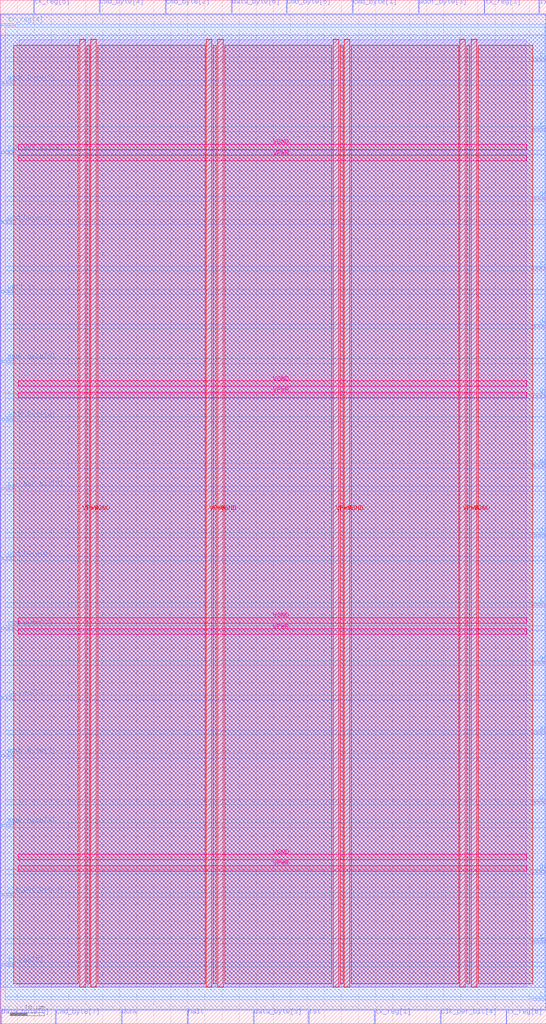
<source format=lef>
VERSION 5.7 ;
  NOWIREEXTENSIONATPIN ON ;
  DIVIDERCHAR "/" ;
  BUSBITCHARS "[]" ;
MACRO simproc_system
  CLASS BLOCK ;
  FOREIGN simproc_system ;
  ORIGIN 0.000 0.000 ;
  SIZE 160.000 BY 300.000 ;
  PIN VGND
    DIRECTION INOUT ;
    USE GROUND ;
    PORT
      LAYER met4 ;
        RECT 26.590 10.640 28.190 288.560 ;
    END
    PORT
      LAYER met4 ;
        RECT 63.730 10.640 65.330 288.560 ;
    END
    PORT
      LAYER met4 ;
        RECT 100.870 10.640 102.470 288.560 ;
    END
    PORT
      LAYER met4 ;
        RECT 138.010 10.640 139.610 288.560 ;
    END
    PORT
      LAYER met5 ;
        RECT 5.280 48.060 154.340 49.660 ;
    END
    PORT
      LAYER met5 ;
        RECT 5.280 117.420 154.340 119.020 ;
    END
    PORT
      LAYER met5 ;
        RECT 5.280 186.780 154.340 188.380 ;
    END
    PORT
      LAYER met5 ;
        RECT 5.280 256.140 154.340 257.740 ;
    END
  END VGND
  PIN VPWR
    DIRECTION INOUT ;
    USE POWER ;
    PORT
      LAYER met4 ;
        RECT 23.290 10.640 24.890 288.560 ;
    END
    PORT
      LAYER met4 ;
        RECT 60.430 10.640 62.030 288.560 ;
    END
    PORT
      LAYER met4 ;
        RECT 97.570 10.640 99.170 288.560 ;
    END
    PORT
      LAYER met4 ;
        RECT 134.710 10.640 136.310 288.560 ;
    END
    PORT
      LAYER met5 ;
        RECT 5.280 44.760 154.340 46.360 ;
    END
    PORT
      LAYER met5 ;
        RECT 5.280 114.120 154.340 115.720 ;
    END
    PORT
      LAYER met5 ;
        RECT 5.280 183.480 154.340 185.080 ;
    END
    PORT
      LAYER met5 ;
        RECT 5.280 252.840 154.340 254.440 ;
    END
  END VPWR
  PIN addr_byte[0]
    DIRECTION OUTPUT TRISTATE ;
    USE SIGNAL ;
    ANTENNADIFFAREA 0.795200 ;
    PORT
      LAYER met3 ;
        RECT 0.000 193.840 4.000 194.440 ;
    END
  END addr_byte[0]
  PIN addr_byte[1]
    DIRECTION OUTPUT TRISTATE ;
    USE SIGNAL ;
    ANTENNADIFFAREA 0.795200 ;
    PORT
      LAYER met3 ;
        RECT 156.000 85.040 160.000 85.640 ;
    END
  END addr_byte[1]
  PIN addr_byte[2]
    DIRECTION OUTPUT TRISTATE ;
    USE SIGNAL ;
    ANTENNADIFFAREA 0.795200 ;
    PORT
      LAYER met3 ;
        RECT 0.000 176.840 4.000 177.440 ;
    END
  END addr_byte[2]
  PIN addr_byte[3]
    DIRECTION OUTPUT TRISTATE ;
    USE SIGNAL ;
    ANTENNADIFFAREA 0.795200 ;
    PORT
      LAYER met2 ;
        RECT 122.450 296.000 122.730 300.000 ;
    END
  END addr_byte[3]
  PIN addr_byte[4]
    DIRECTION OUTPUT TRISTATE ;
    USE SIGNAL ;
    ANTENNADIFFAREA 0.795200 ;
    PORT
      LAYER met3 ;
        RECT 0.000 57.840 4.000 58.440 ;
    END
  END addr_byte[4]
  PIN addr_byte[5]
    DIRECTION OUTPUT TRISTATE ;
    USE SIGNAL ;
    ANTENNADIFFAREA 0.795200 ;
    PORT
      LAYER met3 ;
        RECT 0.000 275.440 4.000 276.040 ;
    END
  END addr_byte[5]
  PIN addr_byte[6]
    DIRECTION OUTPUT TRISTATE ;
    USE SIGNAL ;
    ANTENNADIFFAREA 0.795200 ;
    PORT
      LAYER met3 ;
        RECT 156.000 105.440 160.000 106.040 ;
    END
  END addr_byte[6]
  PIN addr_byte[7]
    DIRECTION OUTPUT TRISTATE ;
    USE SIGNAL ;
    ANTENNADIFFAREA 0.795200 ;
    PORT
      LAYER met3 ;
        RECT 0.000 78.240 4.000 78.840 ;
    END
  END addr_byte[7]
  PIN clk
    DIRECTION INPUT ;
    USE SIGNAL ;
    ANTENNAGATEAREA 0.852000 ;
    PORT
      LAYER met3 ;
        RECT 156.000 122.440 160.000 123.040 ;
    END
  END clk
  PIN clk_per_bit[0]
    DIRECTION INPUT ;
    USE SIGNAL ;
    ANTENNAGATEAREA 0.213000 ;
    PORT
      LAYER met3 ;
        RECT 0.000 255.040 4.000 255.640 ;
    END
  END clk_per_bit[0]
  PIN clk_per_bit[1]
    DIRECTION INPUT ;
    USE SIGNAL ;
    ANTENNAGATEAREA 0.213000 ;
    PORT
      LAYER met3 ;
        RECT 156.000 64.640 160.000 65.240 ;
    END
  END clk_per_bit[1]
  PIN clk_per_bit[2]
    DIRECTION INPUT ;
    USE SIGNAL ;
    ANTENNAGATEAREA 0.196500 ;
    PORT
      LAYER met3 ;
        RECT 0.000 37.440 4.000 38.040 ;
    END
  END clk_per_bit[2]
  PIN clk_per_bit[3]
    DIRECTION INPUT ;
    USE SIGNAL ;
    ANTENNAGATEAREA 0.213000 ;
    PORT
      LAYER met3 ;
        RECT 156.000 221.040 160.000 221.640 ;
    END
  END clk_per_bit[3]
  PIN clk_per_bit[4]
    DIRECTION INPUT ;
    USE SIGNAL ;
    ANTENNAGATEAREA 0.213000 ;
    PORT
      LAYER met2 ;
        RECT 128.890 0.000 129.170 4.000 ;
    END
  END clk_per_bit[4]
  PIN clk_per_bit[5]
    DIRECTION INPUT ;
    USE SIGNAL ;
    ANTENNAGATEAREA 0.196500 ;
    PORT
      LAYER met3 ;
        RECT 156.000 6.840 160.000 7.440 ;
    END
  END clk_per_bit[5]
  PIN clk_per_bit[6]
    DIRECTION INPUT ;
    USE SIGNAL ;
    ANTENNAGATEAREA 0.213000 ;
    PORT
      LAYER met3 ;
        RECT 156.000 261.840 160.000 262.440 ;
    END
  END clk_per_bit[6]
  PIN clk_per_bit[7]
    DIRECTION INPUT ;
    USE SIGNAL ;
    ANTENNAGATEAREA 0.213000 ;
    PORT
      LAYER met3 ;
        RECT 156.000 23.840 160.000 24.440 ;
    END
  END clk_per_bit[7]
  PIN clk_per_bit[8]
    DIRECTION INPUT ;
    USE SIGNAL ;
    ANTENNAGATEAREA 0.213000 ;
    PORT
      LAYER met3 ;
        RECT 156.000 282.240 160.000 282.840 ;
    END
  END clk_per_bit[8]
  PIN clk_per_bit[9]
    DIRECTION INPUT ;
    USE SIGNAL ;
    ANTENNAGATEAREA 0.213000 ;
    PORT
      LAYER met3 ;
        RECT 0.000 156.440 4.000 157.040 ;
    END
  END clk_per_bit[9]
  PIN cmd_byte[0]
    DIRECTION OUTPUT TRISTATE ;
    USE SIGNAL ;
    ANTENNADIFFAREA 0.795200 ;
    PORT
      LAYER met3 ;
        RECT 0.000 234.640 4.000 235.240 ;
    END
  END cmd_byte[0]
  PIN cmd_byte[1]
    DIRECTION OUTPUT TRISTATE ;
    USE SIGNAL ;
    ANTENNADIFFAREA 0.795200 ;
    PORT
      LAYER met2 ;
        RECT 103.130 296.000 103.410 300.000 ;
    END
  END cmd_byte[1]
  PIN cmd_byte[2]
    DIRECTION OUTPUT TRISTATE ;
    USE SIGNAL ;
    ANTENNADIFFAREA 0.795200 ;
    PORT
      LAYER met2 ;
        RECT 48.390 296.000 48.670 300.000 ;
    END
  END cmd_byte[2]
  PIN cmd_byte[3]
    DIRECTION OUTPUT TRISTATE ;
    USE SIGNAL ;
    ANTENNADIFFAREA 0.795200 ;
    PORT
      LAYER met3 ;
        RECT 0.000 115.640 4.000 116.240 ;
    END
  END cmd_byte[3]
  PIN cmd_byte[4]
    DIRECTION OUTPUT TRISTATE ;
    USE SIGNAL ;
    ANTENNADIFFAREA 0.795200 ;
    PORT
      LAYER met2 ;
        RECT 29.070 296.000 29.350 300.000 ;
    END
  END cmd_byte[4]
  PIN cmd_byte[5]
    DIRECTION OUTPUT TRISTATE ;
    USE SIGNAL ;
    ANTENNADIFFAREA 0.795200 ;
    PORT
      LAYER met2 ;
        RECT 83.810 296.000 84.090 300.000 ;
    END
  END cmd_byte[5]
  PIN cmd_byte[6]
    DIRECTION OUTPUT TRISTATE ;
    USE SIGNAL ;
    ANTENNADIFFAREA 0.795200 ;
    PORT
      LAYER met3 ;
        RECT 0.000 136.040 4.000 136.640 ;
    END
  END cmd_byte[6]
  PIN cmd_byte[7]
    DIRECTION OUTPUT TRISTATE ;
    USE SIGNAL ;
    ANTENNADIFFAREA 0.795200 ;
    PORT
      LAYER met2 ;
        RECT 16.190 0.000 16.470 4.000 ;
    END
  END cmd_byte[7]
  PIN data_byte[0]
    DIRECTION OUTPUT TRISTATE ;
    USE SIGNAL ;
    ANTENNADIFFAREA 0.795200 ;
    PORT
      LAYER met2 ;
        RECT 0.090 0.000 0.370 4.000 ;
    END
  END data_byte[0]
  PIN data_byte[1]
    DIRECTION OUTPUT TRISTATE ;
    USE SIGNAL ;
    ANTENNADIFFAREA 0.445500 ;
    PORT
      LAYER met3 ;
        RECT 156.000 183.640 160.000 184.240 ;
    END
  END data_byte[1]
  PIN data_byte[2]
    DIRECTION OUTPUT TRISTATE ;
    USE SIGNAL ;
    ANTENNADIFFAREA 0.795200 ;
    PORT
      LAYER met3 ;
        RECT 156.000 241.440 160.000 242.040 ;
    END
  END data_byte[2]
  PIN data_byte[3]
    DIRECTION OUTPUT TRISTATE ;
    USE SIGNAL ;
    ANTENNADIFFAREA 0.795200 ;
    PORT
      LAYER met2 ;
        RECT 74.150 0.000 74.430 4.000 ;
    END
  END data_byte[3]
  PIN data_byte[4]
    DIRECTION OUTPUT TRISTATE ;
    USE SIGNAL ;
    ANTENNADIFFAREA 0.795200 ;
    PORT
      LAYER met3 ;
        RECT 156.000 204.040 160.000 204.640 ;
    END
  END data_byte[4]
  PIN data_byte[5]
    DIRECTION OUTPUT TRISTATE ;
    USE SIGNAL ;
    ANTENNADIFFAREA 0.445500 ;
    PORT
      LAYER met3 ;
        RECT 156.000 44.240 160.000 44.840 ;
    END
  END data_byte[5]
  PIN data_byte[6]
    DIRECTION OUTPUT TRISTATE ;
    USE SIGNAL ;
    ANTENNADIFFAREA 0.795200 ;
    PORT
      LAYER met2 ;
        RECT 67.710 296.000 67.990 300.000 ;
    END
  END data_byte[6]
  PIN data_byte[7]
    DIRECTION OUTPUT TRISTATE ;
    USE SIGNAL ;
    ANTENNADIFFAREA 0.445500 ;
    PORT
      LAYER met3 ;
        RECT 156.000 142.840 160.000 143.440 ;
    END
  END data_byte[7]
  PIN done
    DIRECTION OUTPUT TRISTATE ;
    USE SIGNAL ;
    ANTENNADIFFAREA 0.795200 ;
    PORT
      LAYER met2 ;
        RECT 35.510 0.000 35.790 4.000 ;
    END
  END done
  PIN halt
    DIRECTION OUTPUT TRISTATE ;
    USE SIGNAL ;
    ANTENNADIFFAREA 0.795200 ;
    PORT
      LAYER met2 ;
        RECT 54.830 0.000 55.110 4.000 ;
    END
  END halt
  PIN rst
    DIRECTION INPUT ;
    USE SIGNAL ;
    ANTENNAGATEAREA 0.159000 ;
    PORT
      LAYER met2 ;
        RECT 90.250 0.000 90.530 4.000 ;
    END
  END rst
  PIN tx_reg[0]
    DIRECTION OUTPUT TRISTATE ;
    USE SIGNAL ;
    ANTENNADIFFAREA 0.795200 ;
    PORT
      LAYER met3 ;
        RECT 0.000 17.040 4.000 17.640 ;
    END
  END tx_reg[0]
  PIN tx_reg[1]
    DIRECTION OUTPUT TRISTATE ;
    USE SIGNAL ;
    ANTENNADIFFAREA 0.795200 ;
    PORT
      LAYER met2 ;
        RECT 109.570 0.000 109.850 4.000 ;
    END
  END tx_reg[1]
  PIN tx_reg[2]
    DIRECTION OUTPUT TRISTATE ;
    USE SIGNAL ;
    ANTENNADIFFAREA 0.795200 ;
    PORT
      LAYER met2 ;
        RECT 157.870 296.000 158.150 300.000 ;
    END
  END tx_reg[2]
  PIN tx_reg[3]
    DIRECTION OUTPUT TRISTATE ;
    USE SIGNAL ;
    ANTENNADIFFAREA 0.795200 ;
    PORT
      LAYER met2 ;
        RECT 141.770 296.000 142.050 300.000 ;
    END
  END tx_reg[3]
  PIN tx_reg[4]
    DIRECTION OUTPUT TRISTATE ;
    USE SIGNAL ;
    ANTENNADIFFAREA 0.795200 ;
    PORT
      LAYER met3 ;
        RECT 0.000 292.440 4.000 293.040 ;
    END
  END tx_reg[4]
  PIN tx_reg[5]
    DIRECTION OUTPUT TRISTATE ;
    USE SIGNAL ;
    ANTENNADIFFAREA 0.795200 ;
    PORT
      LAYER met2 ;
        RECT 9.750 296.000 10.030 300.000 ;
    END
  END tx_reg[5]
  PIN tx_reg[6]
    DIRECTION OUTPUT TRISTATE ;
    USE SIGNAL ;
    ANTENNADIFFAREA 0.795200 ;
    PORT
      LAYER met2 ;
        RECT 148.210 0.000 148.490 4.000 ;
    END
  END tx_reg[6]
  PIN tx_reg[7]
    DIRECTION OUTPUT TRISTATE ;
    USE SIGNAL ;
    ANTENNADIFFAREA 0.795200 ;
    PORT
      LAYER met3 ;
        RECT 0.000 95.240 4.000 95.840 ;
    END
  END tx_reg[7]
  PIN uart_rx
    DIRECTION INPUT ;
    USE SIGNAL ;
    ANTENNAGATEAREA 0.196500 ;
    PORT
      LAYER met3 ;
        RECT 0.000 214.240 4.000 214.840 ;
    END
  END uart_rx
  PIN uart_tx
    DIRECTION OUTPUT TRISTATE ;
    USE SIGNAL ;
    ANTENNADIFFAREA 0.795200 ;
    PORT
      LAYER met3 ;
        RECT 156.000 163.240 160.000 163.840 ;
    END
  END uart_tx
  OBS
      LAYER li1 ;
        RECT 5.520 10.795 154.100 288.405 ;
      LAYER met1 ;
        RECT 0.070 10.640 159.550 289.640 ;
      LAYER met2 ;
        RECT 0.100 295.720 9.470 296.000 ;
        RECT 10.310 295.720 28.790 296.000 ;
        RECT 29.630 295.720 48.110 296.000 ;
        RECT 48.950 295.720 67.430 296.000 ;
        RECT 68.270 295.720 83.530 296.000 ;
        RECT 84.370 295.720 102.850 296.000 ;
        RECT 103.690 295.720 122.170 296.000 ;
        RECT 123.010 295.720 141.490 296.000 ;
        RECT 142.330 295.720 157.590 296.000 ;
        RECT 158.430 295.720 159.920 296.000 ;
        RECT 0.100 4.280 159.920 295.720 ;
        RECT 0.650 4.000 15.910 4.280 ;
        RECT 16.750 4.000 35.230 4.280 ;
        RECT 36.070 4.000 54.550 4.280 ;
        RECT 55.390 4.000 73.870 4.280 ;
        RECT 74.710 4.000 89.970 4.280 ;
        RECT 90.810 4.000 109.290 4.280 ;
        RECT 110.130 4.000 128.610 4.280 ;
        RECT 129.450 4.000 147.930 4.280 ;
        RECT 148.770 4.000 159.920 4.280 ;
      LAYER met3 ;
        RECT 4.400 292.040 159.555 292.890 ;
        RECT 1.445 283.240 159.555 292.040 ;
        RECT 1.445 281.840 155.600 283.240 ;
        RECT 1.445 276.440 159.555 281.840 ;
        RECT 4.400 275.040 159.555 276.440 ;
        RECT 1.445 262.840 159.555 275.040 ;
        RECT 1.445 261.440 155.600 262.840 ;
        RECT 1.445 256.040 159.555 261.440 ;
        RECT 4.400 254.640 159.555 256.040 ;
        RECT 1.445 242.440 159.555 254.640 ;
        RECT 1.445 241.040 155.600 242.440 ;
        RECT 1.445 235.640 159.555 241.040 ;
        RECT 4.400 234.240 159.555 235.640 ;
        RECT 1.445 222.040 159.555 234.240 ;
        RECT 1.445 220.640 155.600 222.040 ;
        RECT 1.445 215.240 159.555 220.640 ;
        RECT 4.400 213.840 159.555 215.240 ;
        RECT 1.445 205.040 159.555 213.840 ;
        RECT 1.445 203.640 155.600 205.040 ;
        RECT 1.445 194.840 159.555 203.640 ;
        RECT 4.400 193.440 159.555 194.840 ;
        RECT 1.445 184.640 159.555 193.440 ;
        RECT 1.445 183.240 155.600 184.640 ;
        RECT 1.445 177.840 159.555 183.240 ;
        RECT 4.400 176.440 159.555 177.840 ;
        RECT 1.445 164.240 159.555 176.440 ;
        RECT 1.445 162.840 155.600 164.240 ;
        RECT 1.445 157.440 159.555 162.840 ;
        RECT 4.400 156.040 159.555 157.440 ;
        RECT 1.445 143.840 159.555 156.040 ;
        RECT 1.445 142.440 155.600 143.840 ;
        RECT 1.445 137.040 159.555 142.440 ;
        RECT 4.400 135.640 159.555 137.040 ;
        RECT 1.445 123.440 159.555 135.640 ;
        RECT 1.445 122.040 155.600 123.440 ;
        RECT 1.445 116.640 159.555 122.040 ;
        RECT 4.400 115.240 159.555 116.640 ;
        RECT 1.445 106.440 159.555 115.240 ;
        RECT 1.445 105.040 155.600 106.440 ;
        RECT 1.445 96.240 159.555 105.040 ;
        RECT 4.400 94.840 159.555 96.240 ;
        RECT 1.445 86.040 159.555 94.840 ;
        RECT 1.445 84.640 155.600 86.040 ;
        RECT 1.445 79.240 159.555 84.640 ;
        RECT 4.400 77.840 159.555 79.240 ;
        RECT 1.445 65.640 159.555 77.840 ;
        RECT 1.445 64.240 155.600 65.640 ;
        RECT 1.445 58.840 159.555 64.240 ;
        RECT 4.400 57.440 159.555 58.840 ;
        RECT 1.445 45.240 159.555 57.440 ;
        RECT 1.445 43.840 155.600 45.240 ;
        RECT 1.445 38.440 159.555 43.840 ;
        RECT 4.400 37.040 159.555 38.440 ;
        RECT 1.445 24.840 159.555 37.040 ;
        RECT 1.445 23.440 155.600 24.840 ;
        RECT 1.445 18.040 159.555 23.440 ;
        RECT 4.400 16.640 159.555 18.040 ;
        RECT 1.445 7.840 159.555 16.640 ;
        RECT 1.445 6.975 155.600 7.840 ;
      LAYER met4 ;
        RECT 3.975 11.735 22.890 286.785 ;
        RECT 25.290 11.735 26.190 286.785 ;
        RECT 28.590 11.735 60.030 286.785 ;
        RECT 62.430 11.735 63.330 286.785 ;
        RECT 65.730 11.735 97.170 286.785 ;
        RECT 99.570 11.735 100.470 286.785 ;
        RECT 102.870 11.735 134.310 286.785 ;
        RECT 136.710 11.735 137.610 286.785 ;
        RECT 140.010 11.735 156.105 286.785 ;
  END
END simproc_system
END LIBRARY


</source>
